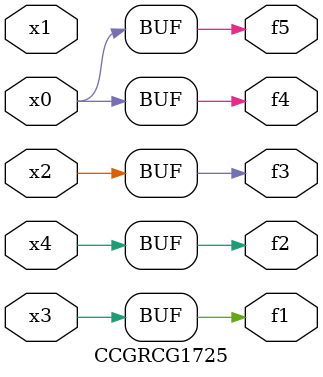
<source format=v>
module CCGRCG1725(
	input x0, x1, x2, x3, x4,
	output f1, f2, f3, f4, f5
);
	assign f1 = x3;
	assign f2 = x4;
	assign f3 = x2;
	assign f4 = x0;
	assign f5 = x0;
endmodule

</source>
